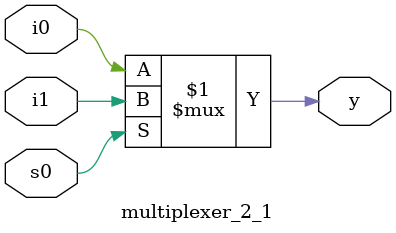
<source format=v>
module multiplexer_2_1 (
    input wire i0,
    input wire i1,
    input wire s0,
    output wire y
);
    assign y = s0 ? i1 : i0;
endmodule

// Testbench
/*
module multiplexer_2_1_tb;
    reg i0, i1, s0;
    wire y;

    multiplexer_2_1 uut(
        .i0(i0),
        .i1(i1),
        .s0(s0),
        .y(y)
    );

    initial begin
        $monitor("At time %t, i0 = %b, i1 = %b, s0 = %b, y = %b", $time, i0, i1, s0, y);
        i0 = 0; i1 = 0; s0 = 0; #10;
        i0 = 1; i1 = 1; s0 = 0; #10;
        i0 = 0; i1 = 0; s0 = 1; #10;
        i0 = 1; i1 = 1; s0 = 1; #10;
        $finish;
    end

endmodule
*/
</source>
